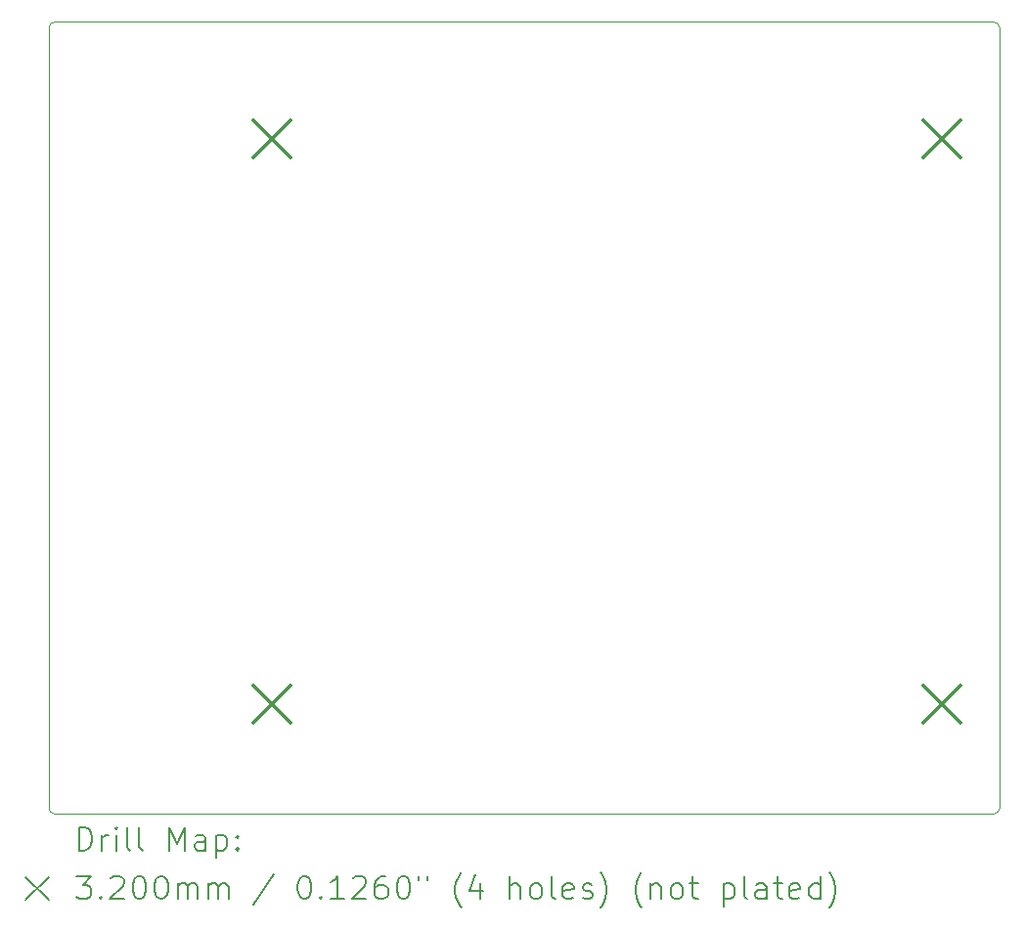
<source format=gbr>
%TF.GenerationSoftware,KiCad,Pcbnew,8.0.0*%
%TF.CreationDate,2024-03-08T00:39:27-06:00*%
%TF.ProjectId,mn_wild_siren_v2p0,6d6e5f77-696c-4645-9f73-6972656e5f76,rev?*%
%TF.SameCoordinates,Original*%
%TF.FileFunction,Drillmap*%
%TF.FilePolarity,Positive*%
%FSLAX45Y45*%
G04 Gerber Fmt 4.5, Leading zero omitted, Abs format (unit mm)*
G04 Created by KiCad (PCBNEW 8.0.0) date 2024-03-08 00:39:27*
%MOMM*%
%LPD*%
G01*
G04 APERTURE LIST*
%ADD10C,0.050000*%
%ADD11C,0.200000*%
%ADD12C,0.320000*%
G04 APERTURE END LIST*
D10*
X24431230Y-13536230D02*
G75*
G02*
X24379230Y-13588230I-52001J0D01*
G01*
X24430230Y-6782770D02*
X24431230Y-13536230D01*
X16200000Y-13537000D02*
X16199769Y-6782770D01*
X24379230Y-13588230D02*
X16252000Y-13589000D01*
X16252000Y-13589000D02*
G75*
G02*
X16200000Y-13537000I0J52000D01*
G01*
X16251770Y-6730769D02*
X24378230Y-6730769D01*
X16199769Y-6782770D02*
G75*
G02*
X16251770Y-6730769I52001J0D01*
G01*
X24378230Y-6730769D02*
G75*
G02*
X24430230Y-6782770I0J-52001D01*
G01*
D11*
D12*
X17970000Y-7580000D02*
X18290000Y-7900000D01*
X18290000Y-7580000D02*
X17970000Y-7900000D01*
X17970000Y-12480000D02*
X18290000Y-12800000D01*
X18290000Y-12480000D02*
X17970000Y-12800000D01*
X23770000Y-7580000D02*
X24090000Y-7900000D01*
X24090000Y-7580000D02*
X23770000Y-7900000D01*
X23770000Y-12480000D02*
X24090000Y-12800000D01*
X24090000Y-12480000D02*
X23770000Y-12800000D01*
D11*
X16458046Y-13902984D02*
X16458046Y-13702984D01*
X16458046Y-13702984D02*
X16505665Y-13702984D01*
X16505665Y-13702984D02*
X16534237Y-13712508D01*
X16534237Y-13712508D02*
X16553284Y-13731555D01*
X16553284Y-13731555D02*
X16562808Y-13750603D01*
X16562808Y-13750603D02*
X16572332Y-13788698D01*
X16572332Y-13788698D02*
X16572332Y-13817270D01*
X16572332Y-13817270D02*
X16562808Y-13855365D01*
X16562808Y-13855365D02*
X16553284Y-13874412D01*
X16553284Y-13874412D02*
X16534237Y-13893460D01*
X16534237Y-13893460D02*
X16505665Y-13902984D01*
X16505665Y-13902984D02*
X16458046Y-13902984D01*
X16658046Y-13902984D02*
X16658046Y-13769650D01*
X16658046Y-13807746D02*
X16667570Y-13788698D01*
X16667570Y-13788698D02*
X16677094Y-13779174D01*
X16677094Y-13779174D02*
X16696141Y-13769650D01*
X16696141Y-13769650D02*
X16715189Y-13769650D01*
X16781856Y-13902984D02*
X16781856Y-13769650D01*
X16781856Y-13702984D02*
X16772332Y-13712508D01*
X16772332Y-13712508D02*
X16781856Y-13722031D01*
X16781856Y-13722031D02*
X16791380Y-13712508D01*
X16791380Y-13712508D02*
X16781856Y-13702984D01*
X16781856Y-13702984D02*
X16781856Y-13722031D01*
X16905665Y-13902984D02*
X16886618Y-13893460D01*
X16886618Y-13893460D02*
X16877094Y-13874412D01*
X16877094Y-13874412D02*
X16877094Y-13702984D01*
X17010427Y-13902984D02*
X16991380Y-13893460D01*
X16991380Y-13893460D02*
X16981856Y-13874412D01*
X16981856Y-13874412D02*
X16981856Y-13702984D01*
X17238999Y-13902984D02*
X17238999Y-13702984D01*
X17238999Y-13702984D02*
X17305665Y-13845841D01*
X17305665Y-13845841D02*
X17372332Y-13702984D01*
X17372332Y-13702984D02*
X17372332Y-13902984D01*
X17553284Y-13902984D02*
X17553284Y-13798222D01*
X17553284Y-13798222D02*
X17543761Y-13779174D01*
X17543761Y-13779174D02*
X17524713Y-13769650D01*
X17524713Y-13769650D02*
X17486618Y-13769650D01*
X17486618Y-13769650D02*
X17467570Y-13779174D01*
X17553284Y-13893460D02*
X17534237Y-13902984D01*
X17534237Y-13902984D02*
X17486618Y-13902984D01*
X17486618Y-13902984D02*
X17467570Y-13893460D01*
X17467570Y-13893460D02*
X17458046Y-13874412D01*
X17458046Y-13874412D02*
X17458046Y-13855365D01*
X17458046Y-13855365D02*
X17467570Y-13836317D01*
X17467570Y-13836317D02*
X17486618Y-13826793D01*
X17486618Y-13826793D02*
X17534237Y-13826793D01*
X17534237Y-13826793D02*
X17553284Y-13817270D01*
X17648523Y-13769650D02*
X17648523Y-13969650D01*
X17648523Y-13779174D02*
X17667570Y-13769650D01*
X17667570Y-13769650D02*
X17705665Y-13769650D01*
X17705665Y-13769650D02*
X17724713Y-13779174D01*
X17724713Y-13779174D02*
X17734237Y-13788698D01*
X17734237Y-13788698D02*
X17743761Y-13807746D01*
X17743761Y-13807746D02*
X17743761Y-13864889D01*
X17743761Y-13864889D02*
X17734237Y-13883936D01*
X17734237Y-13883936D02*
X17724713Y-13893460D01*
X17724713Y-13893460D02*
X17705665Y-13902984D01*
X17705665Y-13902984D02*
X17667570Y-13902984D01*
X17667570Y-13902984D02*
X17648523Y-13893460D01*
X17829475Y-13883936D02*
X17838999Y-13893460D01*
X17838999Y-13893460D02*
X17829475Y-13902984D01*
X17829475Y-13902984D02*
X17819951Y-13893460D01*
X17819951Y-13893460D02*
X17829475Y-13883936D01*
X17829475Y-13883936D02*
X17829475Y-13902984D01*
X17829475Y-13779174D02*
X17838999Y-13788698D01*
X17838999Y-13788698D02*
X17829475Y-13798222D01*
X17829475Y-13798222D02*
X17819951Y-13788698D01*
X17819951Y-13788698D02*
X17829475Y-13779174D01*
X17829475Y-13779174D02*
X17829475Y-13798222D01*
X15997269Y-14131500D02*
X16197269Y-14331500D01*
X16197269Y-14131500D02*
X15997269Y-14331500D01*
X16438999Y-14122984D02*
X16562808Y-14122984D01*
X16562808Y-14122984D02*
X16496141Y-14199174D01*
X16496141Y-14199174D02*
X16524713Y-14199174D01*
X16524713Y-14199174D02*
X16543761Y-14208698D01*
X16543761Y-14208698D02*
X16553284Y-14218222D01*
X16553284Y-14218222D02*
X16562808Y-14237270D01*
X16562808Y-14237270D02*
X16562808Y-14284889D01*
X16562808Y-14284889D02*
X16553284Y-14303936D01*
X16553284Y-14303936D02*
X16543761Y-14313460D01*
X16543761Y-14313460D02*
X16524713Y-14322984D01*
X16524713Y-14322984D02*
X16467570Y-14322984D01*
X16467570Y-14322984D02*
X16448522Y-14313460D01*
X16448522Y-14313460D02*
X16438999Y-14303936D01*
X16648522Y-14303936D02*
X16658046Y-14313460D01*
X16658046Y-14313460D02*
X16648522Y-14322984D01*
X16648522Y-14322984D02*
X16638999Y-14313460D01*
X16638999Y-14313460D02*
X16648522Y-14303936D01*
X16648522Y-14303936D02*
X16648522Y-14322984D01*
X16734237Y-14142031D02*
X16743761Y-14132508D01*
X16743761Y-14132508D02*
X16762808Y-14122984D01*
X16762808Y-14122984D02*
X16810427Y-14122984D01*
X16810427Y-14122984D02*
X16829475Y-14132508D01*
X16829475Y-14132508D02*
X16838999Y-14142031D01*
X16838999Y-14142031D02*
X16848523Y-14161079D01*
X16848523Y-14161079D02*
X16848523Y-14180127D01*
X16848523Y-14180127D02*
X16838999Y-14208698D01*
X16838999Y-14208698D02*
X16724713Y-14322984D01*
X16724713Y-14322984D02*
X16848523Y-14322984D01*
X16972332Y-14122984D02*
X16991380Y-14122984D01*
X16991380Y-14122984D02*
X17010427Y-14132508D01*
X17010427Y-14132508D02*
X17019951Y-14142031D01*
X17019951Y-14142031D02*
X17029475Y-14161079D01*
X17029475Y-14161079D02*
X17038999Y-14199174D01*
X17038999Y-14199174D02*
X17038999Y-14246793D01*
X17038999Y-14246793D02*
X17029475Y-14284889D01*
X17029475Y-14284889D02*
X17019951Y-14303936D01*
X17019951Y-14303936D02*
X17010427Y-14313460D01*
X17010427Y-14313460D02*
X16991380Y-14322984D01*
X16991380Y-14322984D02*
X16972332Y-14322984D01*
X16972332Y-14322984D02*
X16953284Y-14313460D01*
X16953284Y-14313460D02*
X16943761Y-14303936D01*
X16943761Y-14303936D02*
X16934237Y-14284889D01*
X16934237Y-14284889D02*
X16924713Y-14246793D01*
X16924713Y-14246793D02*
X16924713Y-14199174D01*
X16924713Y-14199174D02*
X16934237Y-14161079D01*
X16934237Y-14161079D02*
X16943761Y-14142031D01*
X16943761Y-14142031D02*
X16953284Y-14132508D01*
X16953284Y-14132508D02*
X16972332Y-14122984D01*
X17162808Y-14122984D02*
X17181856Y-14122984D01*
X17181856Y-14122984D02*
X17200904Y-14132508D01*
X17200904Y-14132508D02*
X17210427Y-14142031D01*
X17210427Y-14142031D02*
X17219951Y-14161079D01*
X17219951Y-14161079D02*
X17229475Y-14199174D01*
X17229475Y-14199174D02*
X17229475Y-14246793D01*
X17229475Y-14246793D02*
X17219951Y-14284889D01*
X17219951Y-14284889D02*
X17210427Y-14303936D01*
X17210427Y-14303936D02*
X17200904Y-14313460D01*
X17200904Y-14313460D02*
X17181856Y-14322984D01*
X17181856Y-14322984D02*
X17162808Y-14322984D01*
X17162808Y-14322984D02*
X17143761Y-14313460D01*
X17143761Y-14313460D02*
X17134237Y-14303936D01*
X17134237Y-14303936D02*
X17124713Y-14284889D01*
X17124713Y-14284889D02*
X17115189Y-14246793D01*
X17115189Y-14246793D02*
X17115189Y-14199174D01*
X17115189Y-14199174D02*
X17124713Y-14161079D01*
X17124713Y-14161079D02*
X17134237Y-14142031D01*
X17134237Y-14142031D02*
X17143761Y-14132508D01*
X17143761Y-14132508D02*
X17162808Y-14122984D01*
X17315189Y-14322984D02*
X17315189Y-14189650D01*
X17315189Y-14208698D02*
X17324713Y-14199174D01*
X17324713Y-14199174D02*
X17343761Y-14189650D01*
X17343761Y-14189650D02*
X17372332Y-14189650D01*
X17372332Y-14189650D02*
X17391380Y-14199174D01*
X17391380Y-14199174D02*
X17400904Y-14218222D01*
X17400904Y-14218222D02*
X17400904Y-14322984D01*
X17400904Y-14218222D02*
X17410427Y-14199174D01*
X17410427Y-14199174D02*
X17429475Y-14189650D01*
X17429475Y-14189650D02*
X17458046Y-14189650D01*
X17458046Y-14189650D02*
X17477094Y-14199174D01*
X17477094Y-14199174D02*
X17486618Y-14218222D01*
X17486618Y-14218222D02*
X17486618Y-14322984D01*
X17581856Y-14322984D02*
X17581856Y-14189650D01*
X17581856Y-14208698D02*
X17591380Y-14199174D01*
X17591380Y-14199174D02*
X17610427Y-14189650D01*
X17610427Y-14189650D02*
X17638999Y-14189650D01*
X17638999Y-14189650D02*
X17658046Y-14199174D01*
X17658046Y-14199174D02*
X17667570Y-14218222D01*
X17667570Y-14218222D02*
X17667570Y-14322984D01*
X17667570Y-14218222D02*
X17677094Y-14199174D01*
X17677094Y-14199174D02*
X17696142Y-14189650D01*
X17696142Y-14189650D02*
X17724713Y-14189650D01*
X17724713Y-14189650D02*
X17743761Y-14199174D01*
X17743761Y-14199174D02*
X17753285Y-14218222D01*
X17753285Y-14218222D02*
X17753285Y-14322984D01*
X18143761Y-14113460D02*
X17972332Y-14370603D01*
X18400904Y-14122984D02*
X18419951Y-14122984D01*
X18419951Y-14122984D02*
X18438999Y-14132508D01*
X18438999Y-14132508D02*
X18448523Y-14142031D01*
X18448523Y-14142031D02*
X18458047Y-14161079D01*
X18458047Y-14161079D02*
X18467570Y-14199174D01*
X18467570Y-14199174D02*
X18467570Y-14246793D01*
X18467570Y-14246793D02*
X18458047Y-14284889D01*
X18458047Y-14284889D02*
X18448523Y-14303936D01*
X18448523Y-14303936D02*
X18438999Y-14313460D01*
X18438999Y-14313460D02*
X18419951Y-14322984D01*
X18419951Y-14322984D02*
X18400904Y-14322984D01*
X18400904Y-14322984D02*
X18381856Y-14313460D01*
X18381856Y-14313460D02*
X18372332Y-14303936D01*
X18372332Y-14303936D02*
X18362808Y-14284889D01*
X18362808Y-14284889D02*
X18353285Y-14246793D01*
X18353285Y-14246793D02*
X18353285Y-14199174D01*
X18353285Y-14199174D02*
X18362808Y-14161079D01*
X18362808Y-14161079D02*
X18372332Y-14142031D01*
X18372332Y-14142031D02*
X18381856Y-14132508D01*
X18381856Y-14132508D02*
X18400904Y-14122984D01*
X18553285Y-14303936D02*
X18562808Y-14313460D01*
X18562808Y-14313460D02*
X18553285Y-14322984D01*
X18553285Y-14322984D02*
X18543761Y-14313460D01*
X18543761Y-14313460D02*
X18553285Y-14303936D01*
X18553285Y-14303936D02*
X18553285Y-14322984D01*
X18753285Y-14322984D02*
X18638999Y-14322984D01*
X18696142Y-14322984D02*
X18696142Y-14122984D01*
X18696142Y-14122984D02*
X18677094Y-14151555D01*
X18677094Y-14151555D02*
X18658047Y-14170603D01*
X18658047Y-14170603D02*
X18638999Y-14180127D01*
X18829475Y-14142031D02*
X18838999Y-14132508D01*
X18838999Y-14132508D02*
X18858047Y-14122984D01*
X18858047Y-14122984D02*
X18905666Y-14122984D01*
X18905666Y-14122984D02*
X18924713Y-14132508D01*
X18924713Y-14132508D02*
X18934237Y-14142031D01*
X18934237Y-14142031D02*
X18943761Y-14161079D01*
X18943761Y-14161079D02*
X18943761Y-14180127D01*
X18943761Y-14180127D02*
X18934237Y-14208698D01*
X18934237Y-14208698D02*
X18819951Y-14322984D01*
X18819951Y-14322984D02*
X18943761Y-14322984D01*
X19115189Y-14122984D02*
X19077094Y-14122984D01*
X19077094Y-14122984D02*
X19058047Y-14132508D01*
X19058047Y-14132508D02*
X19048523Y-14142031D01*
X19048523Y-14142031D02*
X19029475Y-14170603D01*
X19029475Y-14170603D02*
X19019951Y-14208698D01*
X19019951Y-14208698D02*
X19019951Y-14284889D01*
X19019951Y-14284889D02*
X19029475Y-14303936D01*
X19029475Y-14303936D02*
X19038999Y-14313460D01*
X19038999Y-14313460D02*
X19058047Y-14322984D01*
X19058047Y-14322984D02*
X19096142Y-14322984D01*
X19096142Y-14322984D02*
X19115189Y-14313460D01*
X19115189Y-14313460D02*
X19124713Y-14303936D01*
X19124713Y-14303936D02*
X19134237Y-14284889D01*
X19134237Y-14284889D02*
X19134237Y-14237270D01*
X19134237Y-14237270D02*
X19124713Y-14218222D01*
X19124713Y-14218222D02*
X19115189Y-14208698D01*
X19115189Y-14208698D02*
X19096142Y-14199174D01*
X19096142Y-14199174D02*
X19058047Y-14199174D01*
X19058047Y-14199174D02*
X19038999Y-14208698D01*
X19038999Y-14208698D02*
X19029475Y-14218222D01*
X19029475Y-14218222D02*
X19019951Y-14237270D01*
X19258047Y-14122984D02*
X19277094Y-14122984D01*
X19277094Y-14122984D02*
X19296142Y-14132508D01*
X19296142Y-14132508D02*
X19305666Y-14142031D01*
X19305666Y-14142031D02*
X19315189Y-14161079D01*
X19315189Y-14161079D02*
X19324713Y-14199174D01*
X19324713Y-14199174D02*
X19324713Y-14246793D01*
X19324713Y-14246793D02*
X19315189Y-14284889D01*
X19315189Y-14284889D02*
X19305666Y-14303936D01*
X19305666Y-14303936D02*
X19296142Y-14313460D01*
X19296142Y-14313460D02*
X19277094Y-14322984D01*
X19277094Y-14322984D02*
X19258047Y-14322984D01*
X19258047Y-14322984D02*
X19238999Y-14313460D01*
X19238999Y-14313460D02*
X19229475Y-14303936D01*
X19229475Y-14303936D02*
X19219951Y-14284889D01*
X19219951Y-14284889D02*
X19210428Y-14246793D01*
X19210428Y-14246793D02*
X19210428Y-14199174D01*
X19210428Y-14199174D02*
X19219951Y-14161079D01*
X19219951Y-14161079D02*
X19229475Y-14142031D01*
X19229475Y-14142031D02*
X19238999Y-14132508D01*
X19238999Y-14132508D02*
X19258047Y-14122984D01*
X19400904Y-14122984D02*
X19400904Y-14161079D01*
X19477094Y-14122984D02*
X19477094Y-14161079D01*
X19772332Y-14399174D02*
X19762809Y-14389650D01*
X19762809Y-14389650D02*
X19743761Y-14361079D01*
X19743761Y-14361079D02*
X19734237Y-14342031D01*
X19734237Y-14342031D02*
X19724713Y-14313460D01*
X19724713Y-14313460D02*
X19715190Y-14265841D01*
X19715190Y-14265841D02*
X19715190Y-14227746D01*
X19715190Y-14227746D02*
X19724713Y-14180127D01*
X19724713Y-14180127D02*
X19734237Y-14151555D01*
X19734237Y-14151555D02*
X19743761Y-14132508D01*
X19743761Y-14132508D02*
X19762809Y-14103936D01*
X19762809Y-14103936D02*
X19772332Y-14094412D01*
X19934237Y-14189650D02*
X19934237Y-14322984D01*
X19886618Y-14113460D02*
X19838999Y-14256317D01*
X19838999Y-14256317D02*
X19962809Y-14256317D01*
X20191380Y-14322984D02*
X20191380Y-14122984D01*
X20277094Y-14322984D02*
X20277094Y-14218222D01*
X20277094Y-14218222D02*
X20267571Y-14199174D01*
X20267571Y-14199174D02*
X20248523Y-14189650D01*
X20248523Y-14189650D02*
X20219951Y-14189650D01*
X20219951Y-14189650D02*
X20200904Y-14199174D01*
X20200904Y-14199174D02*
X20191380Y-14208698D01*
X20400904Y-14322984D02*
X20381856Y-14313460D01*
X20381856Y-14313460D02*
X20372332Y-14303936D01*
X20372332Y-14303936D02*
X20362809Y-14284889D01*
X20362809Y-14284889D02*
X20362809Y-14227746D01*
X20362809Y-14227746D02*
X20372332Y-14208698D01*
X20372332Y-14208698D02*
X20381856Y-14199174D01*
X20381856Y-14199174D02*
X20400904Y-14189650D01*
X20400904Y-14189650D02*
X20429475Y-14189650D01*
X20429475Y-14189650D02*
X20448523Y-14199174D01*
X20448523Y-14199174D02*
X20458047Y-14208698D01*
X20458047Y-14208698D02*
X20467571Y-14227746D01*
X20467571Y-14227746D02*
X20467571Y-14284889D01*
X20467571Y-14284889D02*
X20458047Y-14303936D01*
X20458047Y-14303936D02*
X20448523Y-14313460D01*
X20448523Y-14313460D02*
X20429475Y-14322984D01*
X20429475Y-14322984D02*
X20400904Y-14322984D01*
X20581856Y-14322984D02*
X20562809Y-14313460D01*
X20562809Y-14313460D02*
X20553285Y-14294412D01*
X20553285Y-14294412D02*
X20553285Y-14122984D01*
X20734237Y-14313460D02*
X20715190Y-14322984D01*
X20715190Y-14322984D02*
X20677094Y-14322984D01*
X20677094Y-14322984D02*
X20658047Y-14313460D01*
X20658047Y-14313460D02*
X20648523Y-14294412D01*
X20648523Y-14294412D02*
X20648523Y-14218222D01*
X20648523Y-14218222D02*
X20658047Y-14199174D01*
X20658047Y-14199174D02*
X20677094Y-14189650D01*
X20677094Y-14189650D02*
X20715190Y-14189650D01*
X20715190Y-14189650D02*
X20734237Y-14199174D01*
X20734237Y-14199174D02*
X20743761Y-14218222D01*
X20743761Y-14218222D02*
X20743761Y-14237270D01*
X20743761Y-14237270D02*
X20648523Y-14256317D01*
X20819952Y-14313460D02*
X20838999Y-14322984D01*
X20838999Y-14322984D02*
X20877094Y-14322984D01*
X20877094Y-14322984D02*
X20896142Y-14313460D01*
X20896142Y-14313460D02*
X20905666Y-14294412D01*
X20905666Y-14294412D02*
X20905666Y-14284889D01*
X20905666Y-14284889D02*
X20896142Y-14265841D01*
X20896142Y-14265841D02*
X20877094Y-14256317D01*
X20877094Y-14256317D02*
X20848523Y-14256317D01*
X20848523Y-14256317D02*
X20829475Y-14246793D01*
X20829475Y-14246793D02*
X20819952Y-14227746D01*
X20819952Y-14227746D02*
X20819952Y-14218222D01*
X20819952Y-14218222D02*
X20829475Y-14199174D01*
X20829475Y-14199174D02*
X20848523Y-14189650D01*
X20848523Y-14189650D02*
X20877094Y-14189650D01*
X20877094Y-14189650D02*
X20896142Y-14199174D01*
X20972333Y-14399174D02*
X20981856Y-14389650D01*
X20981856Y-14389650D02*
X21000904Y-14361079D01*
X21000904Y-14361079D02*
X21010428Y-14342031D01*
X21010428Y-14342031D02*
X21019952Y-14313460D01*
X21019952Y-14313460D02*
X21029475Y-14265841D01*
X21029475Y-14265841D02*
X21029475Y-14227746D01*
X21029475Y-14227746D02*
X21019952Y-14180127D01*
X21019952Y-14180127D02*
X21010428Y-14151555D01*
X21010428Y-14151555D02*
X21000904Y-14132508D01*
X21000904Y-14132508D02*
X20981856Y-14103936D01*
X20981856Y-14103936D02*
X20972333Y-14094412D01*
X21334237Y-14399174D02*
X21324713Y-14389650D01*
X21324713Y-14389650D02*
X21305666Y-14361079D01*
X21305666Y-14361079D02*
X21296142Y-14342031D01*
X21296142Y-14342031D02*
X21286618Y-14313460D01*
X21286618Y-14313460D02*
X21277094Y-14265841D01*
X21277094Y-14265841D02*
X21277094Y-14227746D01*
X21277094Y-14227746D02*
X21286618Y-14180127D01*
X21286618Y-14180127D02*
X21296142Y-14151555D01*
X21296142Y-14151555D02*
X21305666Y-14132508D01*
X21305666Y-14132508D02*
X21324713Y-14103936D01*
X21324713Y-14103936D02*
X21334237Y-14094412D01*
X21410428Y-14189650D02*
X21410428Y-14322984D01*
X21410428Y-14208698D02*
X21419952Y-14199174D01*
X21419952Y-14199174D02*
X21438999Y-14189650D01*
X21438999Y-14189650D02*
X21467571Y-14189650D01*
X21467571Y-14189650D02*
X21486618Y-14199174D01*
X21486618Y-14199174D02*
X21496142Y-14218222D01*
X21496142Y-14218222D02*
X21496142Y-14322984D01*
X21619952Y-14322984D02*
X21600904Y-14313460D01*
X21600904Y-14313460D02*
X21591380Y-14303936D01*
X21591380Y-14303936D02*
X21581856Y-14284889D01*
X21581856Y-14284889D02*
X21581856Y-14227746D01*
X21581856Y-14227746D02*
X21591380Y-14208698D01*
X21591380Y-14208698D02*
X21600904Y-14199174D01*
X21600904Y-14199174D02*
X21619952Y-14189650D01*
X21619952Y-14189650D02*
X21648523Y-14189650D01*
X21648523Y-14189650D02*
X21667571Y-14199174D01*
X21667571Y-14199174D02*
X21677094Y-14208698D01*
X21677094Y-14208698D02*
X21686618Y-14227746D01*
X21686618Y-14227746D02*
X21686618Y-14284889D01*
X21686618Y-14284889D02*
X21677094Y-14303936D01*
X21677094Y-14303936D02*
X21667571Y-14313460D01*
X21667571Y-14313460D02*
X21648523Y-14322984D01*
X21648523Y-14322984D02*
X21619952Y-14322984D01*
X21743761Y-14189650D02*
X21819952Y-14189650D01*
X21772333Y-14122984D02*
X21772333Y-14294412D01*
X21772333Y-14294412D02*
X21781856Y-14313460D01*
X21781856Y-14313460D02*
X21800904Y-14322984D01*
X21800904Y-14322984D02*
X21819952Y-14322984D01*
X22038999Y-14189650D02*
X22038999Y-14389650D01*
X22038999Y-14199174D02*
X22058047Y-14189650D01*
X22058047Y-14189650D02*
X22096142Y-14189650D01*
X22096142Y-14189650D02*
X22115190Y-14199174D01*
X22115190Y-14199174D02*
X22124714Y-14208698D01*
X22124714Y-14208698D02*
X22134237Y-14227746D01*
X22134237Y-14227746D02*
X22134237Y-14284889D01*
X22134237Y-14284889D02*
X22124714Y-14303936D01*
X22124714Y-14303936D02*
X22115190Y-14313460D01*
X22115190Y-14313460D02*
X22096142Y-14322984D01*
X22096142Y-14322984D02*
X22058047Y-14322984D01*
X22058047Y-14322984D02*
X22038999Y-14313460D01*
X22248523Y-14322984D02*
X22229475Y-14313460D01*
X22229475Y-14313460D02*
X22219952Y-14294412D01*
X22219952Y-14294412D02*
X22219952Y-14122984D01*
X22410428Y-14322984D02*
X22410428Y-14218222D01*
X22410428Y-14218222D02*
X22400904Y-14199174D01*
X22400904Y-14199174D02*
X22381856Y-14189650D01*
X22381856Y-14189650D02*
X22343761Y-14189650D01*
X22343761Y-14189650D02*
X22324714Y-14199174D01*
X22410428Y-14313460D02*
X22391380Y-14322984D01*
X22391380Y-14322984D02*
X22343761Y-14322984D01*
X22343761Y-14322984D02*
X22324714Y-14313460D01*
X22324714Y-14313460D02*
X22315190Y-14294412D01*
X22315190Y-14294412D02*
X22315190Y-14275365D01*
X22315190Y-14275365D02*
X22324714Y-14256317D01*
X22324714Y-14256317D02*
X22343761Y-14246793D01*
X22343761Y-14246793D02*
X22391380Y-14246793D01*
X22391380Y-14246793D02*
X22410428Y-14237270D01*
X22477094Y-14189650D02*
X22553285Y-14189650D01*
X22505666Y-14122984D02*
X22505666Y-14294412D01*
X22505666Y-14294412D02*
X22515190Y-14313460D01*
X22515190Y-14313460D02*
X22534237Y-14322984D01*
X22534237Y-14322984D02*
X22553285Y-14322984D01*
X22696142Y-14313460D02*
X22677094Y-14322984D01*
X22677094Y-14322984D02*
X22638999Y-14322984D01*
X22638999Y-14322984D02*
X22619952Y-14313460D01*
X22619952Y-14313460D02*
X22610428Y-14294412D01*
X22610428Y-14294412D02*
X22610428Y-14218222D01*
X22610428Y-14218222D02*
X22619952Y-14199174D01*
X22619952Y-14199174D02*
X22638999Y-14189650D01*
X22638999Y-14189650D02*
X22677094Y-14189650D01*
X22677094Y-14189650D02*
X22696142Y-14199174D01*
X22696142Y-14199174D02*
X22705666Y-14218222D01*
X22705666Y-14218222D02*
X22705666Y-14237270D01*
X22705666Y-14237270D02*
X22610428Y-14256317D01*
X22877094Y-14322984D02*
X22877094Y-14122984D01*
X22877094Y-14313460D02*
X22858047Y-14322984D01*
X22858047Y-14322984D02*
X22819952Y-14322984D01*
X22819952Y-14322984D02*
X22800904Y-14313460D01*
X22800904Y-14313460D02*
X22791380Y-14303936D01*
X22791380Y-14303936D02*
X22781856Y-14284889D01*
X22781856Y-14284889D02*
X22781856Y-14227746D01*
X22781856Y-14227746D02*
X22791380Y-14208698D01*
X22791380Y-14208698D02*
X22800904Y-14199174D01*
X22800904Y-14199174D02*
X22819952Y-14189650D01*
X22819952Y-14189650D02*
X22858047Y-14189650D01*
X22858047Y-14189650D02*
X22877094Y-14199174D01*
X22953285Y-14399174D02*
X22962809Y-14389650D01*
X22962809Y-14389650D02*
X22981856Y-14361079D01*
X22981856Y-14361079D02*
X22991380Y-14342031D01*
X22991380Y-14342031D02*
X23000904Y-14313460D01*
X23000904Y-14313460D02*
X23010428Y-14265841D01*
X23010428Y-14265841D02*
X23010428Y-14227746D01*
X23010428Y-14227746D02*
X23000904Y-14180127D01*
X23000904Y-14180127D02*
X22991380Y-14151555D01*
X22991380Y-14151555D02*
X22981856Y-14132508D01*
X22981856Y-14132508D02*
X22962809Y-14103936D01*
X22962809Y-14103936D02*
X22953285Y-14094412D01*
M02*

</source>
